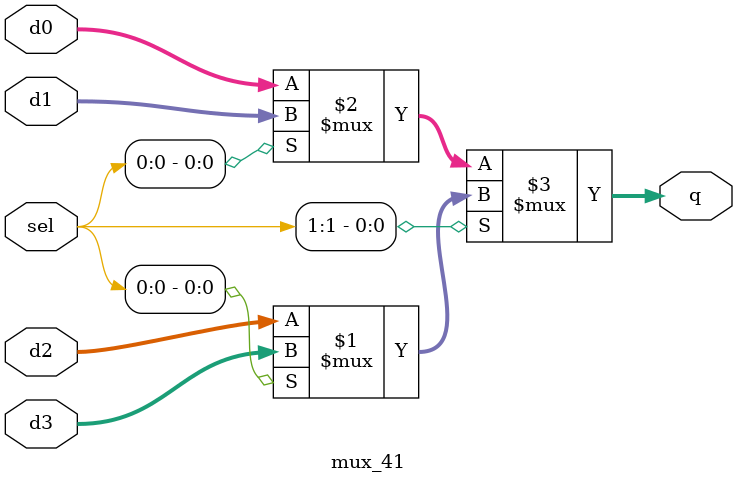
<source format=v>
module mux_41(
    input   [1:0] sel,
    input   [7:0] d0, d1, d2, d3,
    output  [7:0] q
);
    // data flow
    assign q = (sel[1]) ? (sel[0] ? d3 : d2) : (sel[0] ? d1 : d0);

/*
    // structural 


    // behaviral 
    always @(*) begin 
        case(sel) 
            2'b00 : q = d0;
            2'b01 : q = d1;
            2'b10 : q = d2;
            2'b11 : q = d3;
        endcase
    end
*/
endmodule
</source>
